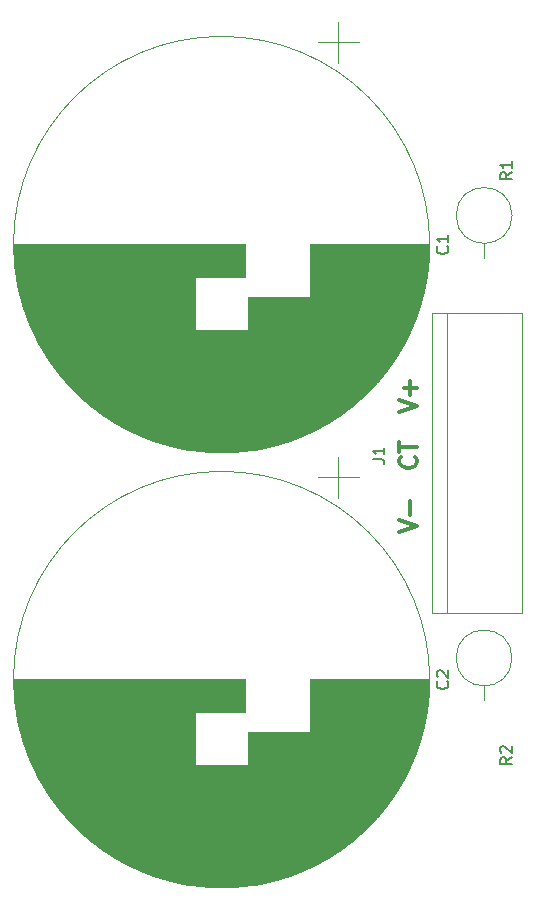
<source format=gbr>
%TF.GenerationSoftware,KiCad,Pcbnew,(5.1.12-1-10_14)*%
%TF.CreationDate,2022-01-05T13:55:06-08:00*%
%TF.ProjectId,SnapInCapStack,536e6170-496e-4436-9170-537461636b2e,3.0*%
%TF.SameCoordinates,Original*%
%TF.FileFunction,Legend,Top*%
%TF.FilePolarity,Positive*%
%FSLAX46Y46*%
G04 Gerber Fmt 4.6, Leading zero omitted, Abs format (unit mm)*
G04 Created by KiCad (PCBNEW (5.1.12-1-10_14)) date 2022-01-05 13:55:06*
%MOMM*%
%LPD*%
G01*
G04 APERTURE LIST*
%ADD10C,0.300000*%
%ADD11C,0.120000*%
%ADD12C,0.150000*%
G04 APERTURE END LIST*
D10*
X143410714Y-85832142D02*
X143482142Y-85903571D01*
X143553571Y-86117857D01*
X143553571Y-86260714D01*
X143482142Y-86475000D01*
X143339285Y-86617857D01*
X143196428Y-86689285D01*
X142910714Y-86760714D01*
X142696428Y-86760714D01*
X142410714Y-86689285D01*
X142267857Y-86617857D01*
X142125000Y-86475000D01*
X142053571Y-86260714D01*
X142053571Y-86117857D01*
X142125000Y-85903571D01*
X142196428Y-85832142D01*
X142053571Y-85403571D02*
X142053571Y-84546428D01*
X143553571Y-84975000D02*
X142053571Y-84975000D01*
X142053571Y-92233571D02*
X143553571Y-91733571D01*
X142053571Y-91233571D01*
X142982142Y-90733571D02*
X142982142Y-89590714D01*
X142053571Y-82073571D02*
X143553571Y-81573571D01*
X142053571Y-81073571D01*
X142982142Y-80573571D02*
X142982142Y-79430714D01*
X143553571Y-80002142D02*
X142410714Y-80002142D01*
D11*
%TO.C,C1*%
X138625000Y-50760998D02*
X135125000Y-50760998D01*
X136875000Y-49010998D02*
X136875000Y-52510998D01*
X127800000Y-85465000D02*
X126200000Y-85465000D01*
X128413000Y-85425000D02*
X125587000Y-85425000D01*
X128835000Y-85385000D02*
X125165000Y-85385000D01*
X129177000Y-85345000D02*
X124823000Y-85345000D01*
X129473000Y-85305000D02*
X124527000Y-85305000D01*
X129736000Y-85265000D02*
X124264000Y-85265000D01*
X129976000Y-85225000D02*
X124024000Y-85225000D01*
X130198000Y-85185000D02*
X123802000Y-85185000D01*
X130405000Y-85145000D02*
X123595000Y-85145000D01*
X130600000Y-85105000D02*
X123400000Y-85105000D01*
X130785000Y-85065000D02*
X123215000Y-85065000D01*
X130960000Y-85025000D02*
X123040000Y-85025000D01*
X131128000Y-84985000D02*
X122872000Y-84985000D01*
X131289000Y-84945000D02*
X122711000Y-84945000D01*
X131444000Y-84905000D02*
X122556000Y-84905000D01*
X131593000Y-84865000D02*
X122407000Y-84865000D01*
X131738000Y-84825000D02*
X122262000Y-84825000D01*
X131878000Y-84785000D02*
X122122000Y-84785000D01*
X132013000Y-84745000D02*
X121987000Y-84745000D01*
X132145000Y-84705000D02*
X121855000Y-84705000D01*
X132273000Y-84665000D02*
X121727000Y-84665000D01*
X132398000Y-84625000D02*
X121602000Y-84625000D01*
X132520000Y-84585000D02*
X121480000Y-84585000D01*
X132639000Y-84545000D02*
X121361000Y-84545000D01*
X132755000Y-84505000D02*
X121245000Y-84505000D01*
X132868000Y-84465000D02*
X121132000Y-84465000D01*
X132980000Y-84425000D02*
X121020000Y-84425000D01*
X133089000Y-84385000D02*
X120911000Y-84385000D01*
X133195000Y-84345000D02*
X120805000Y-84345000D01*
X133300000Y-84305000D02*
X120700000Y-84305000D01*
X133403000Y-84265000D02*
X120597000Y-84265000D01*
X133504000Y-84225000D02*
X120496000Y-84225000D01*
X133603000Y-84185000D02*
X120397000Y-84185000D01*
X133700000Y-84145000D02*
X120300000Y-84145000D01*
X133796000Y-84105000D02*
X120204000Y-84105000D01*
X133890000Y-84065000D02*
X120110000Y-84065000D01*
X133983000Y-84025000D02*
X120017000Y-84025000D01*
X134075000Y-83985000D02*
X119925000Y-83985000D01*
X134165000Y-83945000D02*
X119835000Y-83945000D01*
X134253000Y-83905000D02*
X119747000Y-83905000D01*
X134341000Y-83865000D02*
X119659000Y-83865000D01*
X134427000Y-83825000D02*
X119573000Y-83825000D01*
X134512000Y-83785000D02*
X119488000Y-83785000D01*
X134595000Y-83745000D02*
X119405000Y-83745000D01*
X134678000Y-83705000D02*
X119322000Y-83705000D01*
X134759000Y-83665000D02*
X119241000Y-83665000D01*
X134840000Y-83625000D02*
X119160000Y-83625000D01*
X134920000Y-83585000D02*
X119080000Y-83585000D01*
X134998000Y-83545000D02*
X119002000Y-83545000D01*
X135076000Y-83505000D02*
X118924000Y-83505000D01*
X135152000Y-83465000D02*
X118848000Y-83465000D01*
X135228000Y-83425000D02*
X118772000Y-83425000D01*
X135303000Y-83385000D02*
X118697000Y-83385000D01*
X135377000Y-83345000D02*
X118623000Y-83345000D01*
X135450000Y-83305000D02*
X118550000Y-83305000D01*
X135522000Y-83265000D02*
X118478000Y-83265000D01*
X135594000Y-83225000D02*
X118406000Y-83225000D01*
X135665000Y-83185000D02*
X118335000Y-83185000D01*
X135735000Y-83145000D02*
X118265000Y-83145000D01*
X135804000Y-83105000D02*
X118196000Y-83105000D01*
X135873000Y-83065000D02*
X118127000Y-83065000D01*
X135940000Y-83025000D02*
X118060000Y-83025000D01*
X136008000Y-82985000D02*
X117992000Y-82985000D01*
X136074000Y-82945000D02*
X117926000Y-82945000D01*
X136140000Y-82905000D02*
X117860000Y-82905000D01*
X136205000Y-82865000D02*
X117795000Y-82865000D01*
X136270000Y-82825000D02*
X117730000Y-82825000D01*
X136334000Y-82785000D02*
X117666000Y-82785000D01*
X136397000Y-82745000D02*
X117603000Y-82745000D01*
X136460000Y-82705000D02*
X117540000Y-82705000D01*
X136522000Y-82665000D02*
X117478000Y-82665000D01*
X136584000Y-82625000D02*
X117416000Y-82625000D01*
X136645000Y-82585000D02*
X117355000Y-82585000D01*
X136705000Y-82545000D02*
X117295000Y-82545000D01*
X136765000Y-82505000D02*
X117235000Y-82505000D01*
X136825000Y-82465000D02*
X117175000Y-82465000D01*
X136884000Y-82425000D02*
X117116000Y-82425000D01*
X136942000Y-82385000D02*
X117058000Y-82385000D01*
X137000000Y-82345000D02*
X117000000Y-82345000D01*
X137058000Y-82305000D02*
X116942000Y-82305000D01*
X137115000Y-82265000D02*
X116885000Y-82265000D01*
X137171000Y-82225000D02*
X116829000Y-82225000D01*
X137227000Y-82185000D02*
X116773000Y-82185000D01*
X137283000Y-82145000D02*
X116717000Y-82145000D01*
X137338000Y-82105000D02*
X116662000Y-82105000D01*
X137392000Y-82065000D02*
X116608000Y-82065000D01*
X137447000Y-82025000D02*
X116553000Y-82025000D01*
X137500000Y-81985000D02*
X116500000Y-81985000D01*
X137554000Y-81945000D02*
X116446000Y-81945000D01*
X137607000Y-81905000D02*
X116393000Y-81905000D01*
X137659000Y-81865000D02*
X116341000Y-81865000D01*
X137711000Y-81825000D02*
X116289000Y-81825000D01*
X137763000Y-81785000D02*
X116237000Y-81785000D01*
X137815000Y-81745000D02*
X116185000Y-81745000D01*
X137865000Y-81705000D02*
X116135000Y-81705000D01*
X137916000Y-81665000D02*
X116084000Y-81665000D01*
X137966000Y-81625000D02*
X116034000Y-81625000D01*
X138016000Y-81585000D02*
X115984000Y-81585000D01*
X138066000Y-81545000D02*
X115934000Y-81545000D01*
X138115000Y-81505000D02*
X115885000Y-81505000D01*
X138163000Y-81465000D02*
X115837000Y-81465000D01*
X138212000Y-81425000D02*
X115788000Y-81425000D01*
X138260000Y-81385000D02*
X115740000Y-81385000D01*
X138307000Y-81345000D02*
X115693000Y-81345000D01*
X138355000Y-81305000D02*
X115645000Y-81305000D01*
X138402000Y-81265000D02*
X115598000Y-81265000D01*
X138449000Y-81225000D02*
X115551000Y-81225000D01*
X138495000Y-81185000D02*
X115505000Y-81185000D01*
X138541000Y-81145000D02*
X115459000Y-81145000D01*
X138587000Y-81105000D02*
X115413000Y-81105000D01*
X138632000Y-81065000D02*
X115368000Y-81065000D01*
X138677000Y-81025000D02*
X115323000Y-81025000D01*
X138722000Y-80985000D02*
X115278000Y-80985000D01*
X138766000Y-80945000D02*
X115234000Y-80945000D01*
X138811000Y-80905000D02*
X115189000Y-80905000D01*
X138854000Y-80865000D02*
X115146000Y-80865000D01*
X138898000Y-80825000D02*
X115102000Y-80825000D01*
X138941000Y-80785000D02*
X115059000Y-80785000D01*
X138984000Y-80745000D02*
X115016000Y-80745000D01*
X139027000Y-80705000D02*
X114973000Y-80705000D01*
X139069000Y-80665000D02*
X114931000Y-80665000D01*
X139111000Y-80625000D02*
X114889000Y-80625000D01*
X139153000Y-80585000D02*
X114847000Y-80585000D01*
X139195000Y-80545000D02*
X114805000Y-80545000D01*
X139236000Y-80505000D02*
X114764000Y-80505000D01*
X139277000Y-80465000D02*
X114723000Y-80465000D01*
X139318000Y-80425000D02*
X114682000Y-80425000D01*
X139359000Y-80385000D02*
X114641000Y-80385000D01*
X139399000Y-80345000D02*
X114601000Y-80345000D01*
X139439000Y-80305000D02*
X114561000Y-80305000D01*
X139479000Y-80265000D02*
X114521000Y-80265000D01*
X139518000Y-80225000D02*
X114482000Y-80225000D01*
X139557000Y-80185000D02*
X114443000Y-80185000D01*
X139596000Y-80145000D02*
X114404000Y-80145000D01*
X139635000Y-80105000D02*
X114365000Y-80105000D01*
X139674000Y-80065000D02*
X114326000Y-80065000D01*
X139712000Y-80025000D02*
X114288000Y-80025000D01*
X139750000Y-79985000D02*
X114250000Y-79985000D01*
X139788000Y-79945000D02*
X114212000Y-79945000D01*
X139825000Y-79905000D02*
X114175000Y-79905000D01*
X139863000Y-79865000D02*
X114137000Y-79865000D01*
X139900000Y-79825000D02*
X114100000Y-79825000D01*
X139937000Y-79785000D02*
X114063000Y-79785000D01*
X139973000Y-79745000D02*
X114027000Y-79745000D01*
X140010000Y-79705000D02*
X113990000Y-79705000D01*
X140046000Y-79665000D02*
X113954000Y-79665000D01*
X140082000Y-79625000D02*
X113918000Y-79625000D01*
X140117000Y-79585000D02*
X113883000Y-79585000D01*
X140153000Y-79545000D02*
X113847000Y-79545000D01*
X140188000Y-79505000D02*
X113812000Y-79505000D01*
X140223000Y-79465000D02*
X113777000Y-79465000D01*
X140258000Y-79425000D02*
X113742000Y-79425000D01*
X140293000Y-79385000D02*
X113707000Y-79385000D01*
X140327000Y-79345000D02*
X113673000Y-79345000D01*
X140362000Y-79305000D02*
X113638000Y-79305000D01*
X140396000Y-79265000D02*
X113604000Y-79265000D01*
X140430000Y-79225000D02*
X113570000Y-79225000D01*
X140463000Y-79185000D02*
X113537000Y-79185000D01*
X140497000Y-79145000D02*
X113503000Y-79145000D01*
X140530000Y-79105000D02*
X113470000Y-79105000D01*
X140563000Y-79065000D02*
X113437000Y-79065000D01*
X140596000Y-79025000D02*
X113404000Y-79025000D01*
X140628000Y-78985000D02*
X113372000Y-78985000D01*
X140661000Y-78945000D02*
X113339000Y-78945000D01*
X140693000Y-78905000D02*
X113307000Y-78905000D01*
X140725000Y-78865000D02*
X113275000Y-78865000D01*
X140757000Y-78825000D02*
X113243000Y-78825000D01*
X140789000Y-78785000D02*
X113211000Y-78785000D01*
X140820000Y-78745000D02*
X113180000Y-78745000D01*
X140851000Y-78705000D02*
X113149000Y-78705000D01*
X140883000Y-78665000D02*
X113117000Y-78665000D01*
X140914000Y-78625000D02*
X113086000Y-78625000D01*
X140944000Y-78585000D02*
X113056000Y-78585000D01*
X140975000Y-78545000D02*
X113025000Y-78545000D01*
X141005000Y-78505000D02*
X112995000Y-78505000D01*
X141035000Y-78465000D02*
X112965000Y-78465000D01*
X141065000Y-78425000D02*
X112935000Y-78425000D01*
X141095000Y-78385000D02*
X112905000Y-78385000D01*
X141125000Y-78345000D02*
X112875000Y-78345000D01*
X141155000Y-78305000D02*
X112845000Y-78305000D01*
X141184000Y-78265000D02*
X112816000Y-78265000D01*
X141213000Y-78225000D02*
X112787000Y-78225000D01*
X141242000Y-78185000D02*
X112758000Y-78185000D01*
X141271000Y-78145000D02*
X112729000Y-78145000D01*
X141299000Y-78105000D02*
X112701000Y-78105000D01*
X141328000Y-78065000D02*
X112672000Y-78065000D01*
X141356000Y-78025000D02*
X112644000Y-78025000D01*
X141384000Y-77985000D02*
X112616000Y-77985000D01*
X141412000Y-77945000D02*
X112588000Y-77945000D01*
X141440000Y-77905000D02*
X112560000Y-77905000D01*
X141468000Y-77865000D02*
X112532000Y-77865000D01*
X141495000Y-77825000D02*
X112505000Y-77825000D01*
X141523000Y-77785000D02*
X112477000Y-77785000D01*
X141550000Y-77745000D02*
X112450000Y-77745000D01*
X141577000Y-77705000D02*
X112423000Y-77705000D01*
X141604000Y-77665000D02*
X112396000Y-77665000D01*
X141630000Y-77625000D02*
X112370000Y-77625000D01*
X141657000Y-77585000D02*
X112343000Y-77585000D01*
X141683000Y-77545000D02*
X112317000Y-77545000D01*
X141710000Y-77505000D02*
X112290000Y-77505000D01*
X141736000Y-77465000D02*
X112264000Y-77465000D01*
X141762000Y-77425000D02*
X112238000Y-77425000D01*
X141787000Y-77385000D02*
X112213000Y-77385000D01*
X141813000Y-77345000D02*
X112187000Y-77345000D01*
X141838000Y-77305000D02*
X112162000Y-77305000D01*
X141864000Y-77265000D02*
X112136000Y-77265000D01*
X141889000Y-77225000D02*
X112111000Y-77225000D01*
X141914000Y-77185000D02*
X112086000Y-77185000D01*
X141939000Y-77145000D02*
X112061000Y-77145000D01*
X141963000Y-77105000D02*
X112037000Y-77105000D01*
X141988000Y-77065000D02*
X112012000Y-77065000D01*
X142012000Y-77025000D02*
X111988000Y-77025000D01*
X142037000Y-76985000D02*
X111963000Y-76985000D01*
X142061000Y-76945000D02*
X111939000Y-76945000D01*
X142085000Y-76905000D02*
X111915000Y-76905000D01*
X142109000Y-76865000D02*
X111891000Y-76865000D01*
X142132000Y-76825000D02*
X111868000Y-76825000D01*
X142156000Y-76785000D02*
X111844000Y-76785000D01*
X142179000Y-76745000D02*
X111821000Y-76745000D01*
X142203000Y-76705000D02*
X111797000Y-76705000D01*
X142226000Y-76665000D02*
X111774000Y-76665000D01*
X142249000Y-76625000D02*
X111751000Y-76625000D01*
X142271000Y-76585000D02*
X111729000Y-76585000D01*
X142294000Y-76545000D02*
X111706000Y-76545000D01*
X142317000Y-76505000D02*
X111683000Y-76505000D01*
X142339000Y-76465000D02*
X111661000Y-76465000D01*
X142361000Y-76425000D02*
X111639000Y-76425000D01*
X142384000Y-76385000D02*
X111616000Y-76385000D01*
X142406000Y-76345000D02*
X111594000Y-76345000D01*
X142428000Y-76305000D02*
X111572000Y-76305000D01*
X142449000Y-76265000D02*
X111551000Y-76265000D01*
X142471000Y-76225000D02*
X111529000Y-76225000D01*
X142492000Y-76185000D02*
X111508000Y-76185000D01*
X142514000Y-76145000D02*
X111486000Y-76145000D01*
X142535000Y-76105000D02*
X111465000Y-76105000D01*
X142556000Y-76065000D02*
X111444000Y-76065000D01*
X142577000Y-76026000D02*
X111423000Y-76026000D01*
X142598000Y-75986000D02*
X111402000Y-75986000D01*
X142619000Y-75946000D02*
X111381000Y-75946000D01*
X142639000Y-75906000D02*
X111361000Y-75906000D01*
X142660000Y-75866000D02*
X111340000Y-75866000D01*
X142680000Y-75826000D02*
X111320000Y-75826000D01*
X142700000Y-75786000D02*
X111300000Y-75786000D01*
X142720000Y-75746000D02*
X111280000Y-75746000D01*
X142740000Y-75706000D02*
X111260000Y-75706000D01*
X142760000Y-75666000D02*
X111240000Y-75666000D01*
X142780000Y-75626000D02*
X111220000Y-75626000D01*
X142799000Y-75586000D02*
X111201000Y-75586000D01*
X142819000Y-75546000D02*
X111181000Y-75546000D01*
X142838000Y-75506000D02*
X111162000Y-75506000D01*
X142857000Y-75466000D02*
X111143000Y-75466000D01*
X142876000Y-75426000D02*
X111124000Y-75426000D01*
X142895000Y-75386000D02*
X111105000Y-75386000D01*
X142914000Y-75346000D02*
X111086000Y-75346000D01*
X142933000Y-75306000D02*
X111067000Y-75306000D01*
X142951000Y-75266000D02*
X111049000Y-75266000D01*
X142970000Y-75226000D02*
X111030000Y-75226000D01*
X142988000Y-75186000D02*
X111012000Y-75186000D01*
X143006000Y-75146000D02*
X110994000Y-75146000D01*
X143024000Y-75106000D02*
X110976000Y-75106000D01*
X124760000Y-75066000D02*
X110958000Y-75066000D01*
X143042000Y-75066000D02*
X129240000Y-75066000D01*
X124760000Y-75026000D02*
X110940000Y-75026000D01*
X143060000Y-75026000D02*
X129240000Y-75026000D01*
X124760000Y-74986000D02*
X110922000Y-74986000D01*
X143078000Y-74986000D02*
X129240000Y-74986000D01*
X124760000Y-74946000D02*
X110905000Y-74946000D01*
X143095000Y-74946000D02*
X129240000Y-74946000D01*
X124760000Y-74906000D02*
X110887000Y-74906000D01*
X143113000Y-74906000D02*
X129240000Y-74906000D01*
X124760000Y-74866000D02*
X110870000Y-74866000D01*
X143130000Y-74866000D02*
X129240000Y-74866000D01*
X124760000Y-74826000D02*
X110852000Y-74826000D01*
X143148000Y-74826000D02*
X129240000Y-74826000D01*
X124760000Y-74786000D02*
X110835000Y-74786000D01*
X143165000Y-74786000D02*
X129240000Y-74786000D01*
X124760000Y-74746000D02*
X110818000Y-74746000D01*
X143182000Y-74746000D02*
X129240000Y-74746000D01*
X124760000Y-74706000D02*
X110801000Y-74706000D01*
X143199000Y-74706000D02*
X129240000Y-74706000D01*
X124760000Y-74666000D02*
X110785000Y-74666000D01*
X143215000Y-74666000D02*
X129240000Y-74666000D01*
X124760000Y-74626000D02*
X110768000Y-74626000D01*
X143232000Y-74626000D02*
X129240000Y-74626000D01*
X124760000Y-74586000D02*
X110751000Y-74586000D01*
X143249000Y-74586000D02*
X129240000Y-74586000D01*
X124760000Y-74546000D02*
X110735000Y-74546000D01*
X143265000Y-74546000D02*
X129240000Y-74546000D01*
X124760000Y-74506000D02*
X110719000Y-74506000D01*
X143281000Y-74506000D02*
X129240000Y-74506000D01*
X124760000Y-74466000D02*
X110702000Y-74466000D01*
X143298000Y-74466000D02*
X129240000Y-74466000D01*
X124760000Y-74426000D02*
X110686000Y-74426000D01*
X143314000Y-74426000D02*
X129240000Y-74426000D01*
X124760000Y-74386000D02*
X110670000Y-74386000D01*
X143330000Y-74386000D02*
X129240000Y-74386000D01*
X124760000Y-74346000D02*
X110654000Y-74346000D01*
X143346000Y-74346000D02*
X129240000Y-74346000D01*
X124760000Y-74306000D02*
X110639000Y-74306000D01*
X143361000Y-74306000D02*
X129240000Y-74306000D01*
X124760000Y-74266000D02*
X110623000Y-74266000D01*
X143377000Y-74266000D02*
X129240000Y-74266000D01*
X124760000Y-74226000D02*
X110607000Y-74226000D01*
X143393000Y-74226000D02*
X129240000Y-74226000D01*
X124760000Y-74186000D02*
X110592000Y-74186000D01*
X143408000Y-74186000D02*
X129240000Y-74186000D01*
X124760000Y-74146000D02*
X110577000Y-74146000D01*
X143423000Y-74146000D02*
X129240000Y-74146000D01*
X124760000Y-74106000D02*
X110561000Y-74106000D01*
X143439000Y-74106000D02*
X129240000Y-74106000D01*
X124760000Y-74066000D02*
X110546000Y-74066000D01*
X143454000Y-74066000D02*
X129240000Y-74066000D01*
X124760000Y-74026000D02*
X110531000Y-74026000D01*
X143469000Y-74026000D02*
X129240000Y-74026000D01*
X124760000Y-73986000D02*
X110516000Y-73986000D01*
X143484000Y-73986000D02*
X129240000Y-73986000D01*
X124760000Y-73946000D02*
X110502000Y-73946000D01*
X143498000Y-73946000D02*
X129240000Y-73946000D01*
X124760000Y-73906000D02*
X110487000Y-73906000D01*
X143513000Y-73906000D02*
X129240000Y-73906000D01*
X124760000Y-73866000D02*
X110473000Y-73866000D01*
X143527000Y-73866000D02*
X129240000Y-73866000D01*
X124760000Y-73826000D02*
X110458000Y-73826000D01*
X143542000Y-73826000D02*
X129240000Y-73826000D01*
X124760000Y-73786000D02*
X110444000Y-73786000D01*
X143556000Y-73786000D02*
X129240000Y-73786000D01*
X124760000Y-73746000D02*
X110430000Y-73746000D01*
X143570000Y-73746000D02*
X129240000Y-73746000D01*
X124760000Y-73706000D02*
X110415000Y-73706000D01*
X143585000Y-73706000D02*
X129240000Y-73706000D01*
X124760000Y-73666000D02*
X110401000Y-73666000D01*
X143599000Y-73666000D02*
X129240000Y-73666000D01*
X124760000Y-73626000D02*
X110388000Y-73626000D01*
X143612000Y-73626000D02*
X129240000Y-73626000D01*
X124760000Y-73586000D02*
X110374000Y-73586000D01*
X143626000Y-73586000D02*
X129240000Y-73586000D01*
X124760000Y-73546000D02*
X110360000Y-73546000D01*
X143640000Y-73546000D02*
X129240000Y-73546000D01*
X124760000Y-73506000D02*
X110347000Y-73506000D01*
X143653000Y-73506000D02*
X129240000Y-73506000D01*
X124760000Y-73466000D02*
X110333000Y-73466000D01*
X143667000Y-73466000D02*
X129240000Y-73466000D01*
X124760000Y-73426000D02*
X110320000Y-73426000D01*
X143680000Y-73426000D02*
X129240000Y-73426000D01*
X124760000Y-73386000D02*
X110306000Y-73386000D01*
X143694000Y-73386000D02*
X129240000Y-73386000D01*
X124760000Y-73346000D02*
X110293000Y-73346000D01*
X143707000Y-73346000D02*
X129240000Y-73346000D01*
X124760000Y-73306000D02*
X110280000Y-73306000D01*
X143720000Y-73306000D02*
X129240000Y-73306000D01*
X124760000Y-73266000D02*
X110267000Y-73266000D01*
X143733000Y-73266000D02*
X129240000Y-73266000D01*
X124760000Y-73226000D02*
X110255000Y-73226000D01*
X143745000Y-73226000D02*
X129240000Y-73226000D01*
X124760000Y-73186000D02*
X110242000Y-73186000D01*
X143758000Y-73186000D02*
X129240000Y-73186000D01*
X124760000Y-73146000D02*
X110229000Y-73146000D01*
X143771000Y-73146000D02*
X129240000Y-73146000D01*
X124760000Y-73106000D02*
X110217000Y-73106000D01*
X143783000Y-73106000D02*
X129240000Y-73106000D01*
X124760000Y-73066000D02*
X110204000Y-73066000D01*
X143796000Y-73066000D02*
X129240000Y-73066000D01*
X124760000Y-73026000D02*
X110192000Y-73026000D01*
X143808000Y-73026000D02*
X129240000Y-73026000D01*
X124760000Y-72986000D02*
X110180000Y-72986000D01*
X143820000Y-72986000D02*
X129240000Y-72986000D01*
X124760000Y-72946000D02*
X110168000Y-72946000D01*
X143832000Y-72946000D02*
X129240000Y-72946000D01*
X124760000Y-72906000D02*
X110156000Y-72906000D01*
X143844000Y-72906000D02*
X129240000Y-72906000D01*
X124760000Y-72866000D02*
X110144000Y-72866000D01*
X143856000Y-72866000D02*
X129240000Y-72866000D01*
X124760000Y-72826000D02*
X110132000Y-72826000D01*
X143868000Y-72826000D02*
X129240000Y-72826000D01*
X124760000Y-72786000D02*
X110120000Y-72786000D01*
X143880000Y-72786000D02*
X129240000Y-72786000D01*
X124760000Y-72746000D02*
X110109000Y-72746000D01*
X143891000Y-72746000D02*
X129240000Y-72746000D01*
X124760000Y-72706000D02*
X110097000Y-72706000D01*
X143903000Y-72706000D02*
X129240000Y-72706000D01*
X124760000Y-72666000D02*
X110086000Y-72666000D01*
X143914000Y-72666000D02*
X129240000Y-72666000D01*
X124760000Y-72626000D02*
X110075000Y-72626000D01*
X143925000Y-72626000D02*
X129240000Y-72626000D01*
X124760000Y-72586000D02*
X110063000Y-72586000D01*
X143937000Y-72586000D02*
X129240000Y-72586000D01*
X124760000Y-72546000D02*
X110052000Y-72546000D01*
X143948000Y-72546000D02*
X129240000Y-72546000D01*
X124760000Y-72506000D02*
X110041000Y-72506000D01*
X143959000Y-72506000D02*
X129240000Y-72506000D01*
X124760000Y-72466000D02*
X110031000Y-72466000D01*
X143969000Y-72466000D02*
X129240000Y-72466000D01*
X124760000Y-72426000D02*
X110020000Y-72426000D01*
X143980000Y-72426000D02*
X129240000Y-72426000D01*
X124760000Y-72386000D02*
X110009000Y-72386000D01*
X143991000Y-72386000D02*
X129240000Y-72386000D01*
X124760000Y-72346000D02*
X109999000Y-72346000D01*
X144001000Y-72346000D02*
X129240000Y-72346000D01*
X124760000Y-72306000D02*
X109988000Y-72306000D01*
X144012000Y-72306000D02*
X129240000Y-72306000D01*
X144022000Y-72266000D02*
X134490000Y-72266000D01*
X124760000Y-72266000D02*
X109978000Y-72266000D01*
X144033000Y-72226000D02*
X134490000Y-72226000D01*
X124760000Y-72226000D02*
X109967000Y-72226000D01*
X144043000Y-72186000D02*
X134490000Y-72186000D01*
X124760000Y-72186000D02*
X109957000Y-72186000D01*
X144053000Y-72146000D02*
X134490000Y-72146000D01*
X124760000Y-72146000D02*
X109947000Y-72146000D01*
X144063000Y-72106000D02*
X134490000Y-72106000D01*
X124760000Y-72106000D02*
X109937000Y-72106000D01*
X144073000Y-72066000D02*
X134490000Y-72066000D01*
X124760000Y-72066000D02*
X109927000Y-72066000D01*
X144082000Y-72026000D02*
X134490000Y-72026000D01*
X124760000Y-72026000D02*
X109918000Y-72026000D01*
X144092000Y-71986000D02*
X134490000Y-71986000D01*
X124760000Y-71986000D02*
X109908000Y-71986000D01*
X144102000Y-71946000D02*
X134490000Y-71946000D01*
X124760000Y-71946000D02*
X109898000Y-71946000D01*
X144111000Y-71906000D02*
X134490000Y-71906000D01*
X124760000Y-71906000D02*
X109889000Y-71906000D01*
X144120000Y-71866000D02*
X134490000Y-71866000D01*
X124760000Y-71866000D02*
X109880000Y-71866000D01*
X144130000Y-71826000D02*
X134490000Y-71826000D01*
X124760000Y-71826000D02*
X109870000Y-71826000D01*
X144139000Y-71786000D02*
X134490000Y-71786000D01*
X124760000Y-71786000D02*
X109861000Y-71786000D01*
X144148000Y-71746000D02*
X134490000Y-71746000D01*
X124760000Y-71746000D02*
X109852000Y-71746000D01*
X144157000Y-71706000D02*
X134490000Y-71706000D01*
X124760000Y-71706000D02*
X109843000Y-71706000D01*
X144166000Y-71666000D02*
X134490000Y-71666000D01*
X124760000Y-71666000D02*
X109834000Y-71666000D01*
X144175000Y-71626000D02*
X134490000Y-71626000D01*
X124760000Y-71626000D02*
X109825000Y-71626000D01*
X144183000Y-71586000D02*
X134490000Y-71586000D01*
X124760000Y-71586000D02*
X109817000Y-71586000D01*
X144192000Y-71546000D02*
X134490000Y-71546000D01*
X124760000Y-71546000D02*
X109808000Y-71546000D01*
X144200000Y-71506000D02*
X134490000Y-71506000D01*
X124760000Y-71506000D02*
X109800000Y-71506000D01*
X144209000Y-71466000D02*
X134490000Y-71466000D01*
X124760000Y-71466000D02*
X109791000Y-71466000D01*
X144217000Y-71426000D02*
X134490000Y-71426000D01*
X124760000Y-71426000D02*
X109783000Y-71426000D01*
X144225000Y-71386000D02*
X134490000Y-71386000D01*
X124760000Y-71386000D02*
X109775000Y-71386000D01*
X144233000Y-71346000D02*
X134490000Y-71346000D01*
X124760000Y-71346000D02*
X109767000Y-71346000D01*
X144241000Y-71306000D02*
X134490000Y-71306000D01*
X124760000Y-71306000D02*
X109759000Y-71306000D01*
X144249000Y-71266000D02*
X134490000Y-71266000D01*
X124760000Y-71266000D02*
X109751000Y-71266000D01*
X144257000Y-71226000D02*
X134490000Y-71226000D01*
X124760000Y-71226000D02*
X109743000Y-71226000D01*
X144265000Y-71186000D02*
X134490000Y-71186000D01*
X124760000Y-71186000D02*
X109735000Y-71186000D01*
X144273000Y-71146000D02*
X134490000Y-71146000D01*
X124760000Y-71146000D02*
X109727000Y-71146000D01*
X144280000Y-71106000D02*
X134490000Y-71106000D01*
X124760000Y-71106000D02*
X109720000Y-71106000D01*
X144287000Y-71066000D02*
X134490000Y-71066000D01*
X124760000Y-71066000D02*
X109713000Y-71066000D01*
X144295000Y-71026000D02*
X134490000Y-71026000D01*
X124760000Y-71026000D02*
X109705000Y-71026000D01*
X144302000Y-70986000D02*
X134490000Y-70986000D01*
X124760000Y-70986000D02*
X109698000Y-70986000D01*
X144309000Y-70946000D02*
X134490000Y-70946000D01*
X124760000Y-70946000D02*
X109691000Y-70946000D01*
X144316000Y-70906000D02*
X134490000Y-70906000D01*
X124760000Y-70906000D02*
X109684000Y-70906000D01*
X144323000Y-70866000D02*
X134490000Y-70866000D01*
X124760000Y-70866000D02*
X109677000Y-70866000D01*
X144330000Y-70826000D02*
X134490000Y-70826000D01*
X124760000Y-70826000D02*
X109670000Y-70826000D01*
X144337000Y-70786000D02*
X134490000Y-70786000D01*
X124760000Y-70786000D02*
X109663000Y-70786000D01*
X144344000Y-70746000D02*
X134490000Y-70746000D01*
X124760000Y-70746000D02*
X109656000Y-70746000D01*
X144350000Y-70706000D02*
X134490000Y-70706000D01*
X124760000Y-70706000D02*
X109650000Y-70706000D01*
X144357000Y-70666000D02*
X134490000Y-70666000D01*
X124760000Y-70666000D02*
X109643000Y-70666000D01*
X144363000Y-70626000D02*
X134490000Y-70626000D01*
X124760000Y-70626000D02*
X109637000Y-70626000D01*
X129010000Y-70586000D02*
X109631000Y-70586000D01*
X144369000Y-70586000D02*
X134490000Y-70586000D01*
X129010000Y-70546000D02*
X109625000Y-70546000D01*
X144375000Y-70546000D02*
X134490000Y-70546000D01*
X129010000Y-70506000D02*
X109618000Y-70506000D01*
X144382000Y-70506000D02*
X134490000Y-70506000D01*
X129010000Y-70466000D02*
X109612000Y-70466000D01*
X144388000Y-70466000D02*
X134490000Y-70466000D01*
X129010000Y-70426000D02*
X109606000Y-70426000D01*
X144394000Y-70426000D02*
X134490000Y-70426000D01*
X129010000Y-70386000D02*
X109601000Y-70386000D01*
X144399000Y-70386000D02*
X134490000Y-70386000D01*
X129010000Y-70346000D02*
X109595000Y-70346000D01*
X144405000Y-70346000D02*
X134490000Y-70346000D01*
X129010000Y-70306000D02*
X109589000Y-70306000D01*
X144411000Y-70306000D02*
X134490000Y-70306000D01*
X129010000Y-70266000D02*
X109584000Y-70266000D01*
X144416000Y-70266000D02*
X134490000Y-70266000D01*
X129010000Y-70226000D02*
X109578000Y-70226000D01*
X144422000Y-70226000D02*
X134490000Y-70226000D01*
X129010000Y-70186000D02*
X109573000Y-70186000D01*
X144427000Y-70186000D02*
X134490000Y-70186000D01*
X129010000Y-70146000D02*
X109568000Y-70146000D01*
X144432000Y-70146000D02*
X134490000Y-70146000D01*
X129010000Y-70106000D02*
X109562000Y-70106000D01*
X144438000Y-70106000D02*
X134490000Y-70106000D01*
X129010000Y-70066000D02*
X109557000Y-70066000D01*
X144443000Y-70066000D02*
X134490000Y-70066000D01*
X129010000Y-70026000D02*
X109552000Y-70026000D01*
X144448000Y-70026000D02*
X134490000Y-70026000D01*
X129010000Y-69986000D02*
X109548000Y-69986000D01*
X144452000Y-69986000D02*
X134490000Y-69986000D01*
X129010000Y-69946000D02*
X109543000Y-69946000D01*
X144457000Y-69946000D02*
X134490000Y-69946000D01*
X129010000Y-69906000D02*
X109538000Y-69906000D01*
X144462000Y-69906000D02*
X134490000Y-69906000D01*
X129010000Y-69866000D02*
X109533000Y-69866000D01*
X144467000Y-69866000D02*
X134490000Y-69866000D01*
X129010000Y-69826000D02*
X109529000Y-69826000D01*
X144471000Y-69826000D02*
X134490000Y-69826000D01*
X129010000Y-69786000D02*
X109524000Y-69786000D01*
X144476000Y-69786000D02*
X134490000Y-69786000D01*
X129010000Y-69746000D02*
X109520000Y-69746000D01*
X144480000Y-69746000D02*
X134490000Y-69746000D01*
X129010000Y-69706000D02*
X109516000Y-69706000D01*
X144484000Y-69706000D02*
X134490000Y-69706000D01*
X129010000Y-69666000D02*
X109512000Y-69666000D01*
X144488000Y-69666000D02*
X134490000Y-69666000D01*
X129010000Y-69626000D02*
X109508000Y-69626000D01*
X144492000Y-69626000D02*
X134490000Y-69626000D01*
X129010000Y-69586000D02*
X109504000Y-69586000D01*
X144496000Y-69586000D02*
X134490000Y-69586000D01*
X129010000Y-69546000D02*
X109500000Y-69546000D01*
X144500000Y-69546000D02*
X134490000Y-69546000D01*
X129010000Y-69506000D02*
X109496000Y-69506000D01*
X144504000Y-69506000D02*
X134490000Y-69506000D01*
X129010000Y-69466000D02*
X109492000Y-69466000D01*
X144508000Y-69466000D02*
X134490000Y-69466000D01*
X129010000Y-69426000D02*
X109489000Y-69426000D01*
X144511000Y-69426000D02*
X134490000Y-69426000D01*
X129010000Y-69386000D02*
X109485000Y-69386000D01*
X144515000Y-69386000D02*
X134490000Y-69386000D01*
X129010000Y-69346000D02*
X109482000Y-69346000D01*
X144518000Y-69346000D02*
X134490000Y-69346000D01*
X129010000Y-69306000D02*
X109478000Y-69306000D01*
X144522000Y-69306000D02*
X134490000Y-69306000D01*
X129010000Y-69266000D02*
X109475000Y-69266000D01*
X144525000Y-69266000D02*
X134490000Y-69266000D01*
X129010000Y-69226000D02*
X109472000Y-69226000D01*
X144528000Y-69226000D02*
X134490000Y-69226000D01*
X129010000Y-69186000D02*
X109469000Y-69186000D01*
X144531000Y-69186000D02*
X134490000Y-69186000D01*
X129010000Y-69146000D02*
X109466000Y-69146000D01*
X144534000Y-69146000D02*
X134490000Y-69146000D01*
X129010000Y-69106000D02*
X109463000Y-69106000D01*
X144537000Y-69106000D02*
X134490000Y-69106000D01*
X129010000Y-69066000D02*
X109460000Y-69066000D01*
X144540000Y-69066000D02*
X134490000Y-69066000D01*
X129010000Y-69026000D02*
X109458000Y-69026000D01*
X144542000Y-69026000D02*
X134490000Y-69026000D01*
X129010000Y-68986000D02*
X109455000Y-68986000D01*
X144545000Y-68986000D02*
X134490000Y-68986000D01*
X129010000Y-68946000D02*
X109453000Y-68946000D01*
X144547000Y-68946000D02*
X134490000Y-68946000D01*
X129010000Y-68906000D02*
X109450000Y-68906000D01*
X144550000Y-68906000D02*
X134490000Y-68906000D01*
X129010000Y-68866000D02*
X109448000Y-68866000D01*
X144552000Y-68866000D02*
X134490000Y-68866000D01*
X129010000Y-68826000D02*
X109446000Y-68826000D01*
X144554000Y-68826000D02*
X134490000Y-68826000D01*
X129010000Y-68786000D02*
X109444000Y-68786000D01*
X144556000Y-68786000D02*
X134490000Y-68786000D01*
X129010000Y-68746000D02*
X109441000Y-68746000D01*
X144559000Y-68746000D02*
X134490000Y-68746000D01*
X129010000Y-68706000D02*
X109440000Y-68706000D01*
X144560000Y-68706000D02*
X134490000Y-68706000D01*
X129010000Y-68666000D02*
X109438000Y-68666000D01*
X144562000Y-68666000D02*
X134490000Y-68666000D01*
X129010000Y-68626000D02*
X109436000Y-68626000D01*
X144564000Y-68626000D02*
X134490000Y-68626000D01*
X129010000Y-68586000D02*
X109434000Y-68586000D01*
X144566000Y-68586000D02*
X134490000Y-68586000D01*
X129010000Y-68545000D02*
X109433000Y-68545000D01*
X144567000Y-68545000D02*
X134490000Y-68545000D01*
X129010000Y-68505000D02*
X109431000Y-68505000D01*
X144569000Y-68505000D02*
X134490000Y-68505000D01*
X129010000Y-68465000D02*
X109430000Y-68465000D01*
X144570000Y-68465000D02*
X134490000Y-68465000D01*
X129010000Y-68425000D02*
X109428000Y-68425000D01*
X144572000Y-68425000D02*
X134490000Y-68425000D01*
X129010000Y-68385000D02*
X109427000Y-68385000D01*
X144573000Y-68385000D02*
X134490000Y-68385000D01*
X129010000Y-68345000D02*
X109426000Y-68345000D01*
X144574000Y-68345000D02*
X134490000Y-68345000D01*
X129010000Y-68305000D02*
X109425000Y-68305000D01*
X144575000Y-68305000D02*
X134490000Y-68305000D01*
X129010000Y-68265000D02*
X109424000Y-68265000D01*
X144576000Y-68265000D02*
X134490000Y-68265000D01*
X129010000Y-68225000D02*
X109423000Y-68225000D01*
X144577000Y-68225000D02*
X134490000Y-68225000D01*
X129010000Y-68185000D02*
X109422000Y-68185000D01*
X144578000Y-68185000D02*
X134490000Y-68185000D01*
X129010000Y-68145000D02*
X109422000Y-68145000D01*
X144578000Y-68145000D02*
X134490000Y-68145000D01*
X129010000Y-68105000D02*
X109421000Y-68105000D01*
X144579000Y-68105000D02*
X134490000Y-68105000D01*
X129010000Y-68065000D02*
X109421000Y-68065000D01*
X144579000Y-68065000D02*
X134490000Y-68065000D01*
X129010000Y-68025000D02*
X109420000Y-68025000D01*
X144580000Y-68025000D02*
X134490000Y-68025000D01*
X129010000Y-67985000D02*
X109420000Y-67985000D01*
X144580000Y-67985000D02*
X134490000Y-67985000D01*
X129010000Y-67945000D02*
X109420000Y-67945000D01*
X144580000Y-67945000D02*
X134490000Y-67945000D01*
X129010000Y-67905000D02*
X109420000Y-67905000D01*
X144580000Y-67905000D02*
X134490000Y-67905000D01*
X129010000Y-67865000D02*
X109420000Y-67865000D01*
X144580000Y-67865000D02*
X134490000Y-67865000D01*
X144620000Y-67865000D02*
G75*
G03*
X144620000Y-67865000I-17620000J0D01*
G01*
%TO.C,C2*%
X144620000Y-104695000D02*
G75*
G03*
X144620000Y-104695000I-17620000J0D01*
G01*
X144580000Y-104695000D02*
X134490000Y-104695000D01*
X129010000Y-104695000D02*
X109420000Y-104695000D01*
X144580000Y-104735000D02*
X134490000Y-104735000D01*
X129010000Y-104735000D02*
X109420000Y-104735000D01*
X144580000Y-104775000D02*
X134490000Y-104775000D01*
X129010000Y-104775000D02*
X109420000Y-104775000D01*
X144580000Y-104815000D02*
X134490000Y-104815000D01*
X129010000Y-104815000D02*
X109420000Y-104815000D01*
X144580000Y-104855000D02*
X134490000Y-104855000D01*
X129010000Y-104855000D02*
X109420000Y-104855000D01*
X144579000Y-104895000D02*
X134490000Y-104895000D01*
X129010000Y-104895000D02*
X109421000Y-104895000D01*
X144579000Y-104935000D02*
X134490000Y-104935000D01*
X129010000Y-104935000D02*
X109421000Y-104935000D01*
X144578000Y-104975000D02*
X134490000Y-104975000D01*
X129010000Y-104975000D02*
X109422000Y-104975000D01*
X144578000Y-105015000D02*
X134490000Y-105015000D01*
X129010000Y-105015000D02*
X109422000Y-105015000D01*
X144577000Y-105055000D02*
X134490000Y-105055000D01*
X129010000Y-105055000D02*
X109423000Y-105055000D01*
X144576000Y-105095000D02*
X134490000Y-105095000D01*
X129010000Y-105095000D02*
X109424000Y-105095000D01*
X144575000Y-105135000D02*
X134490000Y-105135000D01*
X129010000Y-105135000D02*
X109425000Y-105135000D01*
X144574000Y-105175000D02*
X134490000Y-105175000D01*
X129010000Y-105175000D02*
X109426000Y-105175000D01*
X144573000Y-105215000D02*
X134490000Y-105215000D01*
X129010000Y-105215000D02*
X109427000Y-105215000D01*
X144572000Y-105255000D02*
X134490000Y-105255000D01*
X129010000Y-105255000D02*
X109428000Y-105255000D01*
X144570000Y-105295000D02*
X134490000Y-105295000D01*
X129010000Y-105295000D02*
X109430000Y-105295000D01*
X144569000Y-105335000D02*
X134490000Y-105335000D01*
X129010000Y-105335000D02*
X109431000Y-105335000D01*
X144567000Y-105375000D02*
X134490000Y-105375000D01*
X129010000Y-105375000D02*
X109433000Y-105375000D01*
X144566000Y-105416000D02*
X134490000Y-105416000D01*
X129010000Y-105416000D02*
X109434000Y-105416000D01*
X144564000Y-105456000D02*
X134490000Y-105456000D01*
X129010000Y-105456000D02*
X109436000Y-105456000D01*
X144562000Y-105496000D02*
X134490000Y-105496000D01*
X129010000Y-105496000D02*
X109438000Y-105496000D01*
X144560000Y-105536000D02*
X134490000Y-105536000D01*
X129010000Y-105536000D02*
X109440000Y-105536000D01*
X144559000Y-105576000D02*
X134490000Y-105576000D01*
X129010000Y-105576000D02*
X109441000Y-105576000D01*
X144556000Y-105616000D02*
X134490000Y-105616000D01*
X129010000Y-105616000D02*
X109444000Y-105616000D01*
X144554000Y-105656000D02*
X134490000Y-105656000D01*
X129010000Y-105656000D02*
X109446000Y-105656000D01*
X144552000Y-105696000D02*
X134490000Y-105696000D01*
X129010000Y-105696000D02*
X109448000Y-105696000D01*
X144550000Y-105736000D02*
X134490000Y-105736000D01*
X129010000Y-105736000D02*
X109450000Y-105736000D01*
X144547000Y-105776000D02*
X134490000Y-105776000D01*
X129010000Y-105776000D02*
X109453000Y-105776000D01*
X144545000Y-105816000D02*
X134490000Y-105816000D01*
X129010000Y-105816000D02*
X109455000Y-105816000D01*
X144542000Y-105856000D02*
X134490000Y-105856000D01*
X129010000Y-105856000D02*
X109458000Y-105856000D01*
X144540000Y-105896000D02*
X134490000Y-105896000D01*
X129010000Y-105896000D02*
X109460000Y-105896000D01*
X144537000Y-105936000D02*
X134490000Y-105936000D01*
X129010000Y-105936000D02*
X109463000Y-105936000D01*
X144534000Y-105976000D02*
X134490000Y-105976000D01*
X129010000Y-105976000D02*
X109466000Y-105976000D01*
X144531000Y-106016000D02*
X134490000Y-106016000D01*
X129010000Y-106016000D02*
X109469000Y-106016000D01*
X144528000Y-106056000D02*
X134490000Y-106056000D01*
X129010000Y-106056000D02*
X109472000Y-106056000D01*
X144525000Y-106096000D02*
X134490000Y-106096000D01*
X129010000Y-106096000D02*
X109475000Y-106096000D01*
X144522000Y-106136000D02*
X134490000Y-106136000D01*
X129010000Y-106136000D02*
X109478000Y-106136000D01*
X144518000Y-106176000D02*
X134490000Y-106176000D01*
X129010000Y-106176000D02*
X109482000Y-106176000D01*
X144515000Y-106216000D02*
X134490000Y-106216000D01*
X129010000Y-106216000D02*
X109485000Y-106216000D01*
X144511000Y-106256000D02*
X134490000Y-106256000D01*
X129010000Y-106256000D02*
X109489000Y-106256000D01*
X144508000Y-106296000D02*
X134490000Y-106296000D01*
X129010000Y-106296000D02*
X109492000Y-106296000D01*
X144504000Y-106336000D02*
X134490000Y-106336000D01*
X129010000Y-106336000D02*
X109496000Y-106336000D01*
X144500000Y-106376000D02*
X134490000Y-106376000D01*
X129010000Y-106376000D02*
X109500000Y-106376000D01*
X144496000Y-106416000D02*
X134490000Y-106416000D01*
X129010000Y-106416000D02*
X109504000Y-106416000D01*
X144492000Y-106456000D02*
X134490000Y-106456000D01*
X129010000Y-106456000D02*
X109508000Y-106456000D01*
X144488000Y-106496000D02*
X134490000Y-106496000D01*
X129010000Y-106496000D02*
X109512000Y-106496000D01*
X144484000Y-106536000D02*
X134490000Y-106536000D01*
X129010000Y-106536000D02*
X109516000Y-106536000D01*
X144480000Y-106576000D02*
X134490000Y-106576000D01*
X129010000Y-106576000D02*
X109520000Y-106576000D01*
X144476000Y-106616000D02*
X134490000Y-106616000D01*
X129010000Y-106616000D02*
X109524000Y-106616000D01*
X144471000Y-106656000D02*
X134490000Y-106656000D01*
X129010000Y-106656000D02*
X109529000Y-106656000D01*
X144467000Y-106696000D02*
X134490000Y-106696000D01*
X129010000Y-106696000D02*
X109533000Y-106696000D01*
X144462000Y-106736000D02*
X134490000Y-106736000D01*
X129010000Y-106736000D02*
X109538000Y-106736000D01*
X144457000Y-106776000D02*
X134490000Y-106776000D01*
X129010000Y-106776000D02*
X109543000Y-106776000D01*
X144452000Y-106816000D02*
X134490000Y-106816000D01*
X129010000Y-106816000D02*
X109548000Y-106816000D01*
X144448000Y-106856000D02*
X134490000Y-106856000D01*
X129010000Y-106856000D02*
X109552000Y-106856000D01*
X144443000Y-106896000D02*
X134490000Y-106896000D01*
X129010000Y-106896000D02*
X109557000Y-106896000D01*
X144438000Y-106936000D02*
X134490000Y-106936000D01*
X129010000Y-106936000D02*
X109562000Y-106936000D01*
X144432000Y-106976000D02*
X134490000Y-106976000D01*
X129010000Y-106976000D02*
X109568000Y-106976000D01*
X144427000Y-107016000D02*
X134490000Y-107016000D01*
X129010000Y-107016000D02*
X109573000Y-107016000D01*
X144422000Y-107056000D02*
X134490000Y-107056000D01*
X129010000Y-107056000D02*
X109578000Y-107056000D01*
X144416000Y-107096000D02*
X134490000Y-107096000D01*
X129010000Y-107096000D02*
X109584000Y-107096000D01*
X144411000Y-107136000D02*
X134490000Y-107136000D01*
X129010000Y-107136000D02*
X109589000Y-107136000D01*
X144405000Y-107176000D02*
X134490000Y-107176000D01*
X129010000Y-107176000D02*
X109595000Y-107176000D01*
X144399000Y-107216000D02*
X134490000Y-107216000D01*
X129010000Y-107216000D02*
X109601000Y-107216000D01*
X144394000Y-107256000D02*
X134490000Y-107256000D01*
X129010000Y-107256000D02*
X109606000Y-107256000D01*
X144388000Y-107296000D02*
X134490000Y-107296000D01*
X129010000Y-107296000D02*
X109612000Y-107296000D01*
X144382000Y-107336000D02*
X134490000Y-107336000D01*
X129010000Y-107336000D02*
X109618000Y-107336000D01*
X144375000Y-107376000D02*
X134490000Y-107376000D01*
X129010000Y-107376000D02*
X109625000Y-107376000D01*
X144369000Y-107416000D02*
X134490000Y-107416000D01*
X129010000Y-107416000D02*
X109631000Y-107416000D01*
X124760000Y-107456000D02*
X109637000Y-107456000D01*
X144363000Y-107456000D02*
X134490000Y-107456000D01*
X124760000Y-107496000D02*
X109643000Y-107496000D01*
X144357000Y-107496000D02*
X134490000Y-107496000D01*
X124760000Y-107536000D02*
X109650000Y-107536000D01*
X144350000Y-107536000D02*
X134490000Y-107536000D01*
X124760000Y-107576000D02*
X109656000Y-107576000D01*
X144344000Y-107576000D02*
X134490000Y-107576000D01*
X124760000Y-107616000D02*
X109663000Y-107616000D01*
X144337000Y-107616000D02*
X134490000Y-107616000D01*
X124760000Y-107656000D02*
X109670000Y-107656000D01*
X144330000Y-107656000D02*
X134490000Y-107656000D01*
X124760000Y-107696000D02*
X109677000Y-107696000D01*
X144323000Y-107696000D02*
X134490000Y-107696000D01*
X124760000Y-107736000D02*
X109684000Y-107736000D01*
X144316000Y-107736000D02*
X134490000Y-107736000D01*
X124760000Y-107776000D02*
X109691000Y-107776000D01*
X144309000Y-107776000D02*
X134490000Y-107776000D01*
X124760000Y-107816000D02*
X109698000Y-107816000D01*
X144302000Y-107816000D02*
X134490000Y-107816000D01*
X124760000Y-107856000D02*
X109705000Y-107856000D01*
X144295000Y-107856000D02*
X134490000Y-107856000D01*
X124760000Y-107896000D02*
X109713000Y-107896000D01*
X144287000Y-107896000D02*
X134490000Y-107896000D01*
X124760000Y-107936000D02*
X109720000Y-107936000D01*
X144280000Y-107936000D02*
X134490000Y-107936000D01*
X124760000Y-107976000D02*
X109727000Y-107976000D01*
X144273000Y-107976000D02*
X134490000Y-107976000D01*
X124760000Y-108016000D02*
X109735000Y-108016000D01*
X144265000Y-108016000D02*
X134490000Y-108016000D01*
X124760000Y-108056000D02*
X109743000Y-108056000D01*
X144257000Y-108056000D02*
X134490000Y-108056000D01*
X124760000Y-108096000D02*
X109751000Y-108096000D01*
X144249000Y-108096000D02*
X134490000Y-108096000D01*
X124760000Y-108136000D02*
X109759000Y-108136000D01*
X144241000Y-108136000D02*
X134490000Y-108136000D01*
X124760000Y-108176000D02*
X109767000Y-108176000D01*
X144233000Y-108176000D02*
X134490000Y-108176000D01*
X124760000Y-108216000D02*
X109775000Y-108216000D01*
X144225000Y-108216000D02*
X134490000Y-108216000D01*
X124760000Y-108256000D02*
X109783000Y-108256000D01*
X144217000Y-108256000D02*
X134490000Y-108256000D01*
X124760000Y-108296000D02*
X109791000Y-108296000D01*
X144209000Y-108296000D02*
X134490000Y-108296000D01*
X124760000Y-108336000D02*
X109800000Y-108336000D01*
X144200000Y-108336000D02*
X134490000Y-108336000D01*
X124760000Y-108376000D02*
X109808000Y-108376000D01*
X144192000Y-108376000D02*
X134490000Y-108376000D01*
X124760000Y-108416000D02*
X109817000Y-108416000D01*
X144183000Y-108416000D02*
X134490000Y-108416000D01*
X124760000Y-108456000D02*
X109825000Y-108456000D01*
X144175000Y-108456000D02*
X134490000Y-108456000D01*
X124760000Y-108496000D02*
X109834000Y-108496000D01*
X144166000Y-108496000D02*
X134490000Y-108496000D01*
X124760000Y-108536000D02*
X109843000Y-108536000D01*
X144157000Y-108536000D02*
X134490000Y-108536000D01*
X124760000Y-108576000D02*
X109852000Y-108576000D01*
X144148000Y-108576000D02*
X134490000Y-108576000D01*
X124760000Y-108616000D02*
X109861000Y-108616000D01*
X144139000Y-108616000D02*
X134490000Y-108616000D01*
X124760000Y-108656000D02*
X109870000Y-108656000D01*
X144130000Y-108656000D02*
X134490000Y-108656000D01*
X124760000Y-108696000D02*
X109880000Y-108696000D01*
X144120000Y-108696000D02*
X134490000Y-108696000D01*
X124760000Y-108736000D02*
X109889000Y-108736000D01*
X144111000Y-108736000D02*
X134490000Y-108736000D01*
X124760000Y-108776000D02*
X109898000Y-108776000D01*
X144102000Y-108776000D02*
X134490000Y-108776000D01*
X124760000Y-108816000D02*
X109908000Y-108816000D01*
X144092000Y-108816000D02*
X134490000Y-108816000D01*
X124760000Y-108856000D02*
X109918000Y-108856000D01*
X144082000Y-108856000D02*
X134490000Y-108856000D01*
X124760000Y-108896000D02*
X109927000Y-108896000D01*
X144073000Y-108896000D02*
X134490000Y-108896000D01*
X124760000Y-108936000D02*
X109937000Y-108936000D01*
X144063000Y-108936000D02*
X134490000Y-108936000D01*
X124760000Y-108976000D02*
X109947000Y-108976000D01*
X144053000Y-108976000D02*
X134490000Y-108976000D01*
X124760000Y-109016000D02*
X109957000Y-109016000D01*
X144043000Y-109016000D02*
X134490000Y-109016000D01*
X124760000Y-109056000D02*
X109967000Y-109056000D01*
X144033000Y-109056000D02*
X134490000Y-109056000D01*
X124760000Y-109096000D02*
X109978000Y-109096000D01*
X144022000Y-109096000D02*
X134490000Y-109096000D01*
X144012000Y-109136000D02*
X129240000Y-109136000D01*
X124760000Y-109136000D02*
X109988000Y-109136000D01*
X144001000Y-109176000D02*
X129240000Y-109176000D01*
X124760000Y-109176000D02*
X109999000Y-109176000D01*
X143991000Y-109216000D02*
X129240000Y-109216000D01*
X124760000Y-109216000D02*
X110009000Y-109216000D01*
X143980000Y-109256000D02*
X129240000Y-109256000D01*
X124760000Y-109256000D02*
X110020000Y-109256000D01*
X143969000Y-109296000D02*
X129240000Y-109296000D01*
X124760000Y-109296000D02*
X110031000Y-109296000D01*
X143959000Y-109336000D02*
X129240000Y-109336000D01*
X124760000Y-109336000D02*
X110041000Y-109336000D01*
X143948000Y-109376000D02*
X129240000Y-109376000D01*
X124760000Y-109376000D02*
X110052000Y-109376000D01*
X143937000Y-109416000D02*
X129240000Y-109416000D01*
X124760000Y-109416000D02*
X110063000Y-109416000D01*
X143925000Y-109456000D02*
X129240000Y-109456000D01*
X124760000Y-109456000D02*
X110075000Y-109456000D01*
X143914000Y-109496000D02*
X129240000Y-109496000D01*
X124760000Y-109496000D02*
X110086000Y-109496000D01*
X143903000Y-109536000D02*
X129240000Y-109536000D01*
X124760000Y-109536000D02*
X110097000Y-109536000D01*
X143891000Y-109576000D02*
X129240000Y-109576000D01*
X124760000Y-109576000D02*
X110109000Y-109576000D01*
X143880000Y-109616000D02*
X129240000Y-109616000D01*
X124760000Y-109616000D02*
X110120000Y-109616000D01*
X143868000Y-109656000D02*
X129240000Y-109656000D01*
X124760000Y-109656000D02*
X110132000Y-109656000D01*
X143856000Y-109696000D02*
X129240000Y-109696000D01*
X124760000Y-109696000D02*
X110144000Y-109696000D01*
X143844000Y-109736000D02*
X129240000Y-109736000D01*
X124760000Y-109736000D02*
X110156000Y-109736000D01*
X143832000Y-109776000D02*
X129240000Y-109776000D01*
X124760000Y-109776000D02*
X110168000Y-109776000D01*
X143820000Y-109816000D02*
X129240000Y-109816000D01*
X124760000Y-109816000D02*
X110180000Y-109816000D01*
X143808000Y-109856000D02*
X129240000Y-109856000D01*
X124760000Y-109856000D02*
X110192000Y-109856000D01*
X143796000Y-109896000D02*
X129240000Y-109896000D01*
X124760000Y-109896000D02*
X110204000Y-109896000D01*
X143783000Y-109936000D02*
X129240000Y-109936000D01*
X124760000Y-109936000D02*
X110217000Y-109936000D01*
X143771000Y-109976000D02*
X129240000Y-109976000D01*
X124760000Y-109976000D02*
X110229000Y-109976000D01*
X143758000Y-110016000D02*
X129240000Y-110016000D01*
X124760000Y-110016000D02*
X110242000Y-110016000D01*
X143745000Y-110056000D02*
X129240000Y-110056000D01*
X124760000Y-110056000D02*
X110255000Y-110056000D01*
X143733000Y-110096000D02*
X129240000Y-110096000D01*
X124760000Y-110096000D02*
X110267000Y-110096000D01*
X143720000Y-110136000D02*
X129240000Y-110136000D01*
X124760000Y-110136000D02*
X110280000Y-110136000D01*
X143707000Y-110176000D02*
X129240000Y-110176000D01*
X124760000Y-110176000D02*
X110293000Y-110176000D01*
X143694000Y-110216000D02*
X129240000Y-110216000D01*
X124760000Y-110216000D02*
X110306000Y-110216000D01*
X143680000Y-110256000D02*
X129240000Y-110256000D01*
X124760000Y-110256000D02*
X110320000Y-110256000D01*
X143667000Y-110296000D02*
X129240000Y-110296000D01*
X124760000Y-110296000D02*
X110333000Y-110296000D01*
X143653000Y-110336000D02*
X129240000Y-110336000D01*
X124760000Y-110336000D02*
X110347000Y-110336000D01*
X143640000Y-110376000D02*
X129240000Y-110376000D01*
X124760000Y-110376000D02*
X110360000Y-110376000D01*
X143626000Y-110416000D02*
X129240000Y-110416000D01*
X124760000Y-110416000D02*
X110374000Y-110416000D01*
X143612000Y-110456000D02*
X129240000Y-110456000D01*
X124760000Y-110456000D02*
X110388000Y-110456000D01*
X143599000Y-110496000D02*
X129240000Y-110496000D01*
X124760000Y-110496000D02*
X110401000Y-110496000D01*
X143585000Y-110536000D02*
X129240000Y-110536000D01*
X124760000Y-110536000D02*
X110415000Y-110536000D01*
X143570000Y-110576000D02*
X129240000Y-110576000D01*
X124760000Y-110576000D02*
X110430000Y-110576000D01*
X143556000Y-110616000D02*
X129240000Y-110616000D01*
X124760000Y-110616000D02*
X110444000Y-110616000D01*
X143542000Y-110656000D02*
X129240000Y-110656000D01*
X124760000Y-110656000D02*
X110458000Y-110656000D01*
X143527000Y-110696000D02*
X129240000Y-110696000D01*
X124760000Y-110696000D02*
X110473000Y-110696000D01*
X143513000Y-110736000D02*
X129240000Y-110736000D01*
X124760000Y-110736000D02*
X110487000Y-110736000D01*
X143498000Y-110776000D02*
X129240000Y-110776000D01*
X124760000Y-110776000D02*
X110502000Y-110776000D01*
X143484000Y-110816000D02*
X129240000Y-110816000D01*
X124760000Y-110816000D02*
X110516000Y-110816000D01*
X143469000Y-110856000D02*
X129240000Y-110856000D01*
X124760000Y-110856000D02*
X110531000Y-110856000D01*
X143454000Y-110896000D02*
X129240000Y-110896000D01*
X124760000Y-110896000D02*
X110546000Y-110896000D01*
X143439000Y-110936000D02*
X129240000Y-110936000D01*
X124760000Y-110936000D02*
X110561000Y-110936000D01*
X143423000Y-110976000D02*
X129240000Y-110976000D01*
X124760000Y-110976000D02*
X110577000Y-110976000D01*
X143408000Y-111016000D02*
X129240000Y-111016000D01*
X124760000Y-111016000D02*
X110592000Y-111016000D01*
X143393000Y-111056000D02*
X129240000Y-111056000D01*
X124760000Y-111056000D02*
X110607000Y-111056000D01*
X143377000Y-111096000D02*
X129240000Y-111096000D01*
X124760000Y-111096000D02*
X110623000Y-111096000D01*
X143361000Y-111136000D02*
X129240000Y-111136000D01*
X124760000Y-111136000D02*
X110639000Y-111136000D01*
X143346000Y-111176000D02*
X129240000Y-111176000D01*
X124760000Y-111176000D02*
X110654000Y-111176000D01*
X143330000Y-111216000D02*
X129240000Y-111216000D01*
X124760000Y-111216000D02*
X110670000Y-111216000D01*
X143314000Y-111256000D02*
X129240000Y-111256000D01*
X124760000Y-111256000D02*
X110686000Y-111256000D01*
X143298000Y-111296000D02*
X129240000Y-111296000D01*
X124760000Y-111296000D02*
X110702000Y-111296000D01*
X143281000Y-111336000D02*
X129240000Y-111336000D01*
X124760000Y-111336000D02*
X110719000Y-111336000D01*
X143265000Y-111376000D02*
X129240000Y-111376000D01*
X124760000Y-111376000D02*
X110735000Y-111376000D01*
X143249000Y-111416000D02*
X129240000Y-111416000D01*
X124760000Y-111416000D02*
X110751000Y-111416000D01*
X143232000Y-111456000D02*
X129240000Y-111456000D01*
X124760000Y-111456000D02*
X110768000Y-111456000D01*
X143215000Y-111496000D02*
X129240000Y-111496000D01*
X124760000Y-111496000D02*
X110785000Y-111496000D01*
X143199000Y-111536000D02*
X129240000Y-111536000D01*
X124760000Y-111536000D02*
X110801000Y-111536000D01*
X143182000Y-111576000D02*
X129240000Y-111576000D01*
X124760000Y-111576000D02*
X110818000Y-111576000D01*
X143165000Y-111616000D02*
X129240000Y-111616000D01*
X124760000Y-111616000D02*
X110835000Y-111616000D01*
X143148000Y-111656000D02*
X129240000Y-111656000D01*
X124760000Y-111656000D02*
X110852000Y-111656000D01*
X143130000Y-111696000D02*
X129240000Y-111696000D01*
X124760000Y-111696000D02*
X110870000Y-111696000D01*
X143113000Y-111736000D02*
X129240000Y-111736000D01*
X124760000Y-111736000D02*
X110887000Y-111736000D01*
X143095000Y-111776000D02*
X129240000Y-111776000D01*
X124760000Y-111776000D02*
X110905000Y-111776000D01*
X143078000Y-111816000D02*
X129240000Y-111816000D01*
X124760000Y-111816000D02*
X110922000Y-111816000D01*
X143060000Y-111856000D02*
X129240000Y-111856000D01*
X124760000Y-111856000D02*
X110940000Y-111856000D01*
X143042000Y-111896000D02*
X129240000Y-111896000D01*
X124760000Y-111896000D02*
X110958000Y-111896000D01*
X143024000Y-111936000D02*
X110976000Y-111936000D01*
X143006000Y-111976000D02*
X110994000Y-111976000D01*
X142988000Y-112016000D02*
X111012000Y-112016000D01*
X142970000Y-112056000D02*
X111030000Y-112056000D01*
X142951000Y-112096000D02*
X111049000Y-112096000D01*
X142933000Y-112136000D02*
X111067000Y-112136000D01*
X142914000Y-112176000D02*
X111086000Y-112176000D01*
X142895000Y-112216000D02*
X111105000Y-112216000D01*
X142876000Y-112256000D02*
X111124000Y-112256000D01*
X142857000Y-112296000D02*
X111143000Y-112296000D01*
X142838000Y-112336000D02*
X111162000Y-112336000D01*
X142819000Y-112376000D02*
X111181000Y-112376000D01*
X142799000Y-112416000D02*
X111201000Y-112416000D01*
X142780000Y-112456000D02*
X111220000Y-112456000D01*
X142760000Y-112496000D02*
X111240000Y-112496000D01*
X142740000Y-112536000D02*
X111260000Y-112536000D01*
X142720000Y-112576000D02*
X111280000Y-112576000D01*
X142700000Y-112616000D02*
X111300000Y-112616000D01*
X142680000Y-112656000D02*
X111320000Y-112656000D01*
X142660000Y-112696000D02*
X111340000Y-112696000D01*
X142639000Y-112736000D02*
X111361000Y-112736000D01*
X142619000Y-112776000D02*
X111381000Y-112776000D01*
X142598000Y-112816000D02*
X111402000Y-112816000D01*
X142577000Y-112856000D02*
X111423000Y-112856000D01*
X142556000Y-112895000D02*
X111444000Y-112895000D01*
X142535000Y-112935000D02*
X111465000Y-112935000D01*
X142514000Y-112975000D02*
X111486000Y-112975000D01*
X142492000Y-113015000D02*
X111508000Y-113015000D01*
X142471000Y-113055000D02*
X111529000Y-113055000D01*
X142449000Y-113095000D02*
X111551000Y-113095000D01*
X142428000Y-113135000D02*
X111572000Y-113135000D01*
X142406000Y-113175000D02*
X111594000Y-113175000D01*
X142384000Y-113215000D02*
X111616000Y-113215000D01*
X142361000Y-113255000D02*
X111639000Y-113255000D01*
X142339000Y-113295000D02*
X111661000Y-113295000D01*
X142317000Y-113335000D02*
X111683000Y-113335000D01*
X142294000Y-113375000D02*
X111706000Y-113375000D01*
X142271000Y-113415000D02*
X111729000Y-113415000D01*
X142249000Y-113455000D02*
X111751000Y-113455000D01*
X142226000Y-113495000D02*
X111774000Y-113495000D01*
X142203000Y-113535000D02*
X111797000Y-113535000D01*
X142179000Y-113575000D02*
X111821000Y-113575000D01*
X142156000Y-113615000D02*
X111844000Y-113615000D01*
X142132000Y-113655000D02*
X111868000Y-113655000D01*
X142109000Y-113695000D02*
X111891000Y-113695000D01*
X142085000Y-113735000D02*
X111915000Y-113735000D01*
X142061000Y-113775000D02*
X111939000Y-113775000D01*
X142037000Y-113815000D02*
X111963000Y-113815000D01*
X142012000Y-113855000D02*
X111988000Y-113855000D01*
X141988000Y-113895000D02*
X112012000Y-113895000D01*
X141963000Y-113935000D02*
X112037000Y-113935000D01*
X141939000Y-113975000D02*
X112061000Y-113975000D01*
X141914000Y-114015000D02*
X112086000Y-114015000D01*
X141889000Y-114055000D02*
X112111000Y-114055000D01*
X141864000Y-114095000D02*
X112136000Y-114095000D01*
X141838000Y-114135000D02*
X112162000Y-114135000D01*
X141813000Y-114175000D02*
X112187000Y-114175000D01*
X141787000Y-114215000D02*
X112213000Y-114215000D01*
X141762000Y-114255000D02*
X112238000Y-114255000D01*
X141736000Y-114295000D02*
X112264000Y-114295000D01*
X141710000Y-114335000D02*
X112290000Y-114335000D01*
X141683000Y-114375000D02*
X112317000Y-114375000D01*
X141657000Y-114415000D02*
X112343000Y-114415000D01*
X141630000Y-114455000D02*
X112370000Y-114455000D01*
X141604000Y-114495000D02*
X112396000Y-114495000D01*
X141577000Y-114535000D02*
X112423000Y-114535000D01*
X141550000Y-114575000D02*
X112450000Y-114575000D01*
X141523000Y-114615000D02*
X112477000Y-114615000D01*
X141495000Y-114655000D02*
X112505000Y-114655000D01*
X141468000Y-114695000D02*
X112532000Y-114695000D01*
X141440000Y-114735000D02*
X112560000Y-114735000D01*
X141412000Y-114775000D02*
X112588000Y-114775000D01*
X141384000Y-114815000D02*
X112616000Y-114815000D01*
X141356000Y-114855000D02*
X112644000Y-114855000D01*
X141328000Y-114895000D02*
X112672000Y-114895000D01*
X141299000Y-114935000D02*
X112701000Y-114935000D01*
X141271000Y-114975000D02*
X112729000Y-114975000D01*
X141242000Y-115015000D02*
X112758000Y-115015000D01*
X141213000Y-115055000D02*
X112787000Y-115055000D01*
X141184000Y-115095000D02*
X112816000Y-115095000D01*
X141155000Y-115135000D02*
X112845000Y-115135000D01*
X141125000Y-115175000D02*
X112875000Y-115175000D01*
X141095000Y-115215000D02*
X112905000Y-115215000D01*
X141065000Y-115255000D02*
X112935000Y-115255000D01*
X141035000Y-115295000D02*
X112965000Y-115295000D01*
X141005000Y-115335000D02*
X112995000Y-115335000D01*
X140975000Y-115375000D02*
X113025000Y-115375000D01*
X140944000Y-115415000D02*
X113056000Y-115415000D01*
X140914000Y-115455000D02*
X113086000Y-115455000D01*
X140883000Y-115495000D02*
X113117000Y-115495000D01*
X140851000Y-115535000D02*
X113149000Y-115535000D01*
X140820000Y-115575000D02*
X113180000Y-115575000D01*
X140789000Y-115615000D02*
X113211000Y-115615000D01*
X140757000Y-115655000D02*
X113243000Y-115655000D01*
X140725000Y-115695000D02*
X113275000Y-115695000D01*
X140693000Y-115735000D02*
X113307000Y-115735000D01*
X140661000Y-115775000D02*
X113339000Y-115775000D01*
X140628000Y-115815000D02*
X113372000Y-115815000D01*
X140596000Y-115855000D02*
X113404000Y-115855000D01*
X140563000Y-115895000D02*
X113437000Y-115895000D01*
X140530000Y-115935000D02*
X113470000Y-115935000D01*
X140497000Y-115975000D02*
X113503000Y-115975000D01*
X140463000Y-116015000D02*
X113537000Y-116015000D01*
X140430000Y-116055000D02*
X113570000Y-116055000D01*
X140396000Y-116095000D02*
X113604000Y-116095000D01*
X140362000Y-116135000D02*
X113638000Y-116135000D01*
X140327000Y-116175000D02*
X113673000Y-116175000D01*
X140293000Y-116215000D02*
X113707000Y-116215000D01*
X140258000Y-116255000D02*
X113742000Y-116255000D01*
X140223000Y-116295000D02*
X113777000Y-116295000D01*
X140188000Y-116335000D02*
X113812000Y-116335000D01*
X140153000Y-116375000D02*
X113847000Y-116375000D01*
X140117000Y-116415000D02*
X113883000Y-116415000D01*
X140082000Y-116455000D02*
X113918000Y-116455000D01*
X140046000Y-116495000D02*
X113954000Y-116495000D01*
X140010000Y-116535000D02*
X113990000Y-116535000D01*
X139973000Y-116575000D02*
X114027000Y-116575000D01*
X139937000Y-116615000D02*
X114063000Y-116615000D01*
X139900000Y-116655000D02*
X114100000Y-116655000D01*
X139863000Y-116695000D02*
X114137000Y-116695000D01*
X139825000Y-116735000D02*
X114175000Y-116735000D01*
X139788000Y-116775000D02*
X114212000Y-116775000D01*
X139750000Y-116815000D02*
X114250000Y-116815000D01*
X139712000Y-116855000D02*
X114288000Y-116855000D01*
X139674000Y-116895000D02*
X114326000Y-116895000D01*
X139635000Y-116935000D02*
X114365000Y-116935000D01*
X139596000Y-116975000D02*
X114404000Y-116975000D01*
X139557000Y-117015000D02*
X114443000Y-117015000D01*
X139518000Y-117055000D02*
X114482000Y-117055000D01*
X139479000Y-117095000D02*
X114521000Y-117095000D01*
X139439000Y-117135000D02*
X114561000Y-117135000D01*
X139399000Y-117175000D02*
X114601000Y-117175000D01*
X139359000Y-117215000D02*
X114641000Y-117215000D01*
X139318000Y-117255000D02*
X114682000Y-117255000D01*
X139277000Y-117295000D02*
X114723000Y-117295000D01*
X139236000Y-117335000D02*
X114764000Y-117335000D01*
X139195000Y-117375000D02*
X114805000Y-117375000D01*
X139153000Y-117415000D02*
X114847000Y-117415000D01*
X139111000Y-117455000D02*
X114889000Y-117455000D01*
X139069000Y-117495000D02*
X114931000Y-117495000D01*
X139027000Y-117535000D02*
X114973000Y-117535000D01*
X138984000Y-117575000D02*
X115016000Y-117575000D01*
X138941000Y-117615000D02*
X115059000Y-117615000D01*
X138898000Y-117655000D02*
X115102000Y-117655000D01*
X138854000Y-117695000D02*
X115146000Y-117695000D01*
X138811000Y-117735000D02*
X115189000Y-117735000D01*
X138766000Y-117775000D02*
X115234000Y-117775000D01*
X138722000Y-117815000D02*
X115278000Y-117815000D01*
X138677000Y-117855000D02*
X115323000Y-117855000D01*
X138632000Y-117895000D02*
X115368000Y-117895000D01*
X138587000Y-117935000D02*
X115413000Y-117935000D01*
X138541000Y-117975000D02*
X115459000Y-117975000D01*
X138495000Y-118015000D02*
X115505000Y-118015000D01*
X138449000Y-118055000D02*
X115551000Y-118055000D01*
X138402000Y-118095000D02*
X115598000Y-118095000D01*
X138355000Y-118135000D02*
X115645000Y-118135000D01*
X138307000Y-118175000D02*
X115693000Y-118175000D01*
X138260000Y-118215000D02*
X115740000Y-118215000D01*
X138212000Y-118255000D02*
X115788000Y-118255000D01*
X138163000Y-118295000D02*
X115837000Y-118295000D01*
X138115000Y-118335000D02*
X115885000Y-118335000D01*
X138066000Y-118375000D02*
X115934000Y-118375000D01*
X138016000Y-118415000D02*
X115984000Y-118415000D01*
X137966000Y-118455000D02*
X116034000Y-118455000D01*
X137916000Y-118495000D02*
X116084000Y-118495000D01*
X137865000Y-118535000D02*
X116135000Y-118535000D01*
X137815000Y-118575000D02*
X116185000Y-118575000D01*
X137763000Y-118615000D02*
X116237000Y-118615000D01*
X137711000Y-118655000D02*
X116289000Y-118655000D01*
X137659000Y-118695000D02*
X116341000Y-118695000D01*
X137607000Y-118735000D02*
X116393000Y-118735000D01*
X137554000Y-118775000D02*
X116446000Y-118775000D01*
X137500000Y-118815000D02*
X116500000Y-118815000D01*
X137447000Y-118855000D02*
X116553000Y-118855000D01*
X137392000Y-118895000D02*
X116608000Y-118895000D01*
X137338000Y-118935000D02*
X116662000Y-118935000D01*
X137283000Y-118975000D02*
X116717000Y-118975000D01*
X137227000Y-119015000D02*
X116773000Y-119015000D01*
X137171000Y-119055000D02*
X116829000Y-119055000D01*
X137115000Y-119095000D02*
X116885000Y-119095000D01*
X137058000Y-119135000D02*
X116942000Y-119135000D01*
X137000000Y-119175000D02*
X117000000Y-119175000D01*
X136942000Y-119215000D02*
X117058000Y-119215000D01*
X136884000Y-119255000D02*
X117116000Y-119255000D01*
X136825000Y-119295000D02*
X117175000Y-119295000D01*
X136765000Y-119335000D02*
X117235000Y-119335000D01*
X136705000Y-119375000D02*
X117295000Y-119375000D01*
X136645000Y-119415000D02*
X117355000Y-119415000D01*
X136584000Y-119455000D02*
X117416000Y-119455000D01*
X136522000Y-119495000D02*
X117478000Y-119495000D01*
X136460000Y-119535000D02*
X117540000Y-119535000D01*
X136397000Y-119575000D02*
X117603000Y-119575000D01*
X136334000Y-119615000D02*
X117666000Y-119615000D01*
X136270000Y-119655000D02*
X117730000Y-119655000D01*
X136205000Y-119695000D02*
X117795000Y-119695000D01*
X136140000Y-119735000D02*
X117860000Y-119735000D01*
X136074000Y-119775000D02*
X117926000Y-119775000D01*
X136008000Y-119815000D02*
X117992000Y-119815000D01*
X135940000Y-119855000D02*
X118060000Y-119855000D01*
X135873000Y-119895000D02*
X118127000Y-119895000D01*
X135804000Y-119935000D02*
X118196000Y-119935000D01*
X135735000Y-119975000D02*
X118265000Y-119975000D01*
X135665000Y-120015000D02*
X118335000Y-120015000D01*
X135594000Y-120055000D02*
X118406000Y-120055000D01*
X135522000Y-120095000D02*
X118478000Y-120095000D01*
X135450000Y-120135000D02*
X118550000Y-120135000D01*
X135377000Y-120175000D02*
X118623000Y-120175000D01*
X135303000Y-120215000D02*
X118697000Y-120215000D01*
X135228000Y-120255000D02*
X118772000Y-120255000D01*
X135152000Y-120295000D02*
X118848000Y-120295000D01*
X135076000Y-120335000D02*
X118924000Y-120335000D01*
X134998000Y-120375000D02*
X119002000Y-120375000D01*
X134920000Y-120415000D02*
X119080000Y-120415000D01*
X134840000Y-120455000D02*
X119160000Y-120455000D01*
X134759000Y-120495000D02*
X119241000Y-120495000D01*
X134678000Y-120535000D02*
X119322000Y-120535000D01*
X134595000Y-120575000D02*
X119405000Y-120575000D01*
X134512000Y-120615000D02*
X119488000Y-120615000D01*
X134427000Y-120655000D02*
X119573000Y-120655000D01*
X134341000Y-120695000D02*
X119659000Y-120695000D01*
X134253000Y-120735000D02*
X119747000Y-120735000D01*
X134165000Y-120775000D02*
X119835000Y-120775000D01*
X134075000Y-120815000D02*
X119925000Y-120815000D01*
X133983000Y-120855000D02*
X120017000Y-120855000D01*
X133890000Y-120895000D02*
X120110000Y-120895000D01*
X133796000Y-120935000D02*
X120204000Y-120935000D01*
X133700000Y-120975000D02*
X120300000Y-120975000D01*
X133603000Y-121015000D02*
X120397000Y-121015000D01*
X133504000Y-121055000D02*
X120496000Y-121055000D01*
X133403000Y-121095000D02*
X120597000Y-121095000D01*
X133300000Y-121135000D02*
X120700000Y-121135000D01*
X133195000Y-121175000D02*
X120805000Y-121175000D01*
X133089000Y-121215000D02*
X120911000Y-121215000D01*
X132980000Y-121255000D02*
X121020000Y-121255000D01*
X132868000Y-121295000D02*
X121132000Y-121295000D01*
X132755000Y-121335000D02*
X121245000Y-121335000D01*
X132639000Y-121375000D02*
X121361000Y-121375000D01*
X132520000Y-121415000D02*
X121480000Y-121415000D01*
X132398000Y-121455000D02*
X121602000Y-121455000D01*
X132273000Y-121495000D02*
X121727000Y-121495000D01*
X132145000Y-121535000D02*
X121855000Y-121535000D01*
X132013000Y-121575000D02*
X121987000Y-121575000D01*
X131878000Y-121615000D02*
X122122000Y-121615000D01*
X131738000Y-121655000D02*
X122262000Y-121655000D01*
X131593000Y-121695000D02*
X122407000Y-121695000D01*
X131444000Y-121735000D02*
X122556000Y-121735000D01*
X131289000Y-121775000D02*
X122711000Y-121775000D01*
X131128000Y-121815000D02*
X122872000Y-121815000D01*
X130960000Y-121855000D02*
X123040000Y-121855000D01*
X130785000Y-121895000D02*
X123215000Y-121895000D01*
X130600000Y-121935000D02*
X123400000Y-121935000D01*
X130405000Y-121975000D02*
X123595000Y-121975000D01*
X130198000Y-122015000D02*
X123802000Y-122015000D01*
X129976000Y-122055000D02*
X124024000Y-122055000D01*
X129736000Y-122095000D02*
X124264000Y-122095000D01*
X129473000Y-122135000D02*
X124527000Y-122135000D01*
X129177000Y-122175000D02*
X124823000Y-122175000D01*
X128835000Y-122215000D02*
X125165000Y-122215000D01*
X128413000Y-122255000D02*
X125587000Y-122255000D01*
X127800000Y-122295000D02*
X126200000Y-122295000D01*
X136875000Y-85840998D02*
X136875000Y-89340998D01*
X138625000Y-87590998D02*
X135125000Y-87590998D01*
%TO.C,J1*%
X144780000Y-73660000D02*
X152400000Y-73660000D01*
X144780000Y-99060000D02*
X152400000Y-99060000D01*
X146050000Y-73660000D02*
X146050000Y-99060000D01*
X152400000Y-73660000D02*
X152400000Y-99060000D01*
X144780000Y-73660000D02*
X144780000Y-99060000D01*
%TO.C,R1*%
X151595000Y-65405000D02*
G75*
G03*
X151595000Y-65405000I-2370000J0D01*
G01*
X149225000Y-67775000D02*
X149225000Y-68985000D01*
%TO.C,R2*%
X149225000Y-105240000D02*
X149225000Y-106450000D01*
X151595000Y-102870000D02*
G75*
G03*
X151595000Y-102870000I-2370000J0D01*
G01*
%TO.C,C1*%
D12*
X146107142Y-68031666D02*
X146154761Y-68079285D01*
X146202380Y-68222142D01*
X146202380Y-68317380D01*
X146154761Y-68460238D01*
X146059523Y-68555476D01*
X145964285Y-68603095D01*
X145773809Y-68650714D01*
X145630952Y-68650714D01*
X145440476Y-68603095D01*
X145345238Y-68555476D01*
X145250000Y-68460238D01*
X145202380Y-68317380D01*
X145202380Y-68222142D01*
X145250000Y-68079285D01*
X145297619Y-68031666D01*
X146202380Y-67079285D02*
X146202380Y-67650714D01*
X146202380Y-67365000D02*
X145202380Y-67365000D01*
X145345238Y-67460238D01*
X145440476Y-67555476D01*
X145488095Y-67650714D01*
%TO.C,C2*%
X146107142Y-104861666D02*
X146154761Y-104909285D01*
X146202380Y-105052142D01*
X146202380Y-105147380D01*
X146154761Y-105290238D01*
X146059523Y-105385476D01*
X145964285Y-105433095D01*
X145773809Y-105480714D01*
X145630952Y-105480714D01*
X145440476Y-105433095D01*
X145345238Y-105385476D01*
X145250000Y-105290238D01*
X145202380Y-105147380D01*
X145202380Y-105052142D01*
X145250000Y-104909285D01*
X145297619Y-104861666D01*
X145297619Y-104480714D02*
X145250000Y-104433095D01*
X145202380Y-104337857D01*
X145202380Y-104099761D01*
X145250000Y-104004523D01*
X145297619Y-103956904D01*
X145392857Y-103909285D01*
X145488095Y-103909285D01*
X145630952Y-103956904D01*
X146202380Y-104528333D01*
X146202380Y-103909285D01*
%TO.C,J1*%
X139787380Y-86058333D02*
X140501666Y-86058333D01*
X140644523Y-86105952D01*
X140739761Y-86201190D01*
X140787380Y-86344047D01*
X140787380Y-86439285D01*
X140787380Y-85058333D02*
X140787380Y-85629761D01*
X140787380Y-85344047D02*
X139787380Y-85344047D01*
X139930238Y-85439285D01*
X140025476Y-85534523D01*
X140073095Y-85629761D01*
%TO.C,R1*%
X151582380Y-61761666D02*
X151106190Y-62095000D01*
X151582380Y-62333095D02*
X150582380Y-62333095D01*
X150582380Y-61952142D01*
X150630000Y-61856904D01*
X150677619Y-61809285D01*
X150772857Y-61761666D01*
X150915714Y-61761666D01*
X151010952Y-61809285D01*
X151058571Y-61856904D01*
X151106190Y-61952142D01*
X151106190Y-62333095D01*
X151582380Y-60809285D02*
X151582380Y-61380714D01*
X151582380Y-61095000D02*
X150582380Y-61095000D01*
X150725238Y-61190238D01*
X150820476Y-61285476D01*
X150868095Y-61380714D01*
%TO.C,R2*%
X151582380Y-111291666D02*
X151106190Y-111625000D01*
X151582380Y-111863095D02*
X150582380Y-111863095D01*
X150582380Y-111482142D01*
X150630000Y-111386904D01*
X150677619Y-111339285D01*
X150772857Y-111291666D01*
X150915714Y-111291666D01*
X151010952Y-111339285D01*
X151058571Y-111386904D01*
X151106190Y-111482142D01*
X151106190Y-111863095D01*
X150677619Y-110910714D02*
X150630000Y-110863095D01*
X150582380Y-110767857D01*
X150582380Y-110529761D01*
X150630000Y-110434523D01*
X150677619Y-110386904D01*
X150772857Y-110339285D01*
X150868095Y-110339285D01*
X151010952Y-110386904D01*
X151582380Y-110958333D01*
X151582380Y-110339285D01*
%TD*%
M02*

</source>
